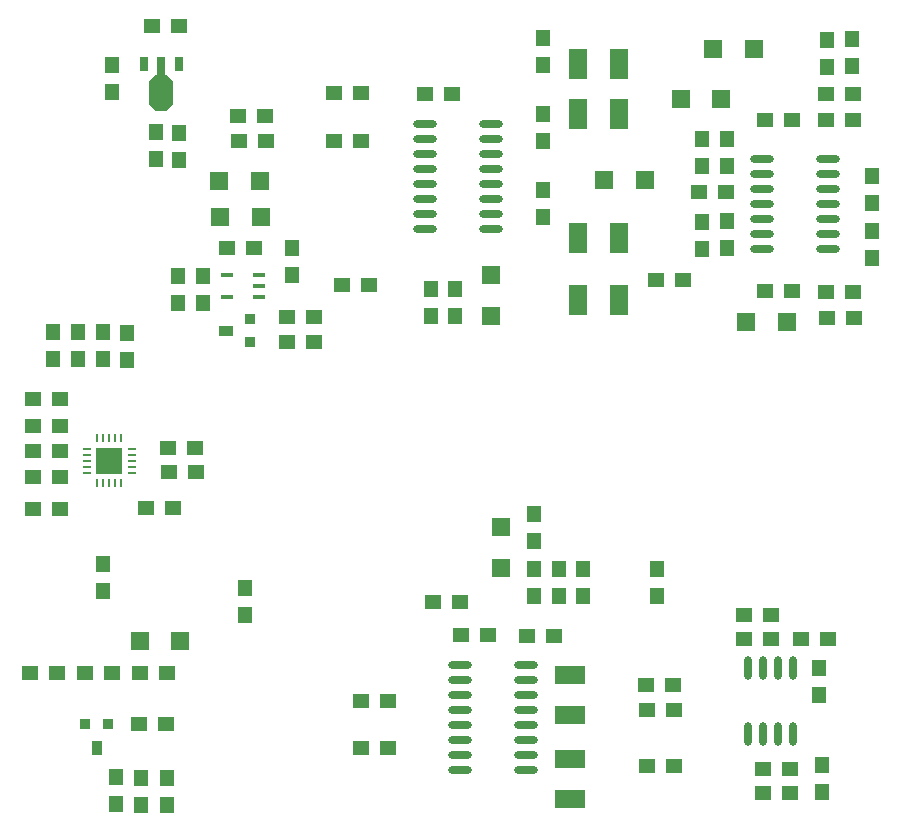
<source format=gbp>
G04*
G04 #@! TF.GenerationSoftware,Altium Limited,Altium Designer,20.1.8 (145)*
G04*
G04 Layer_Color=128*
%FSAX24Y24*%
%MOIN*%
G70*
G04*
G04 #@! TF.SameCoordinates,548E75E3-62BA-4D27-8EBC-4AC5D718A5B1*
G04*
G04*
G04 #@! TF.FilePolarity,Positive*
G04*
G01*
G75*
%ADD26R,0.0550X0.0450*%
%ADD27R,0.0413X0.0180*%
%ADD28R,0.0110X0.0272*%
%ADD29R,0.0272X0.0090*%
%ADD30R,0.0850X0.0850*%
%ADD31R,0.0600X0.1000*%
%ADD32R,0.1000X0.0600*%
%ADD33R,0.0450X0.0550*%
G04:AMPARAMS|DCode=34|XSize=78.7mil|YSize=118.1mil|CornerRadius=0mil|HoleSize=0mil|Usage=FLASHONLY|Rotation=180.000|XOffset=0mil|YOffset=0mil|HoleType=Round|Shape=Octagon|*
%AMOCTAGOND34*
4,1,8,0.0197,-0.0591,-0.0197,-0.0591,-0.0394,-0.0394,-0.0394,0.0394,-0.0197,0.0591,0.0197,0.0591,0.0394,0.0394,0.0394,-0.0394,0.0197,-0.0591,0.0*
%
%ADD34OCTAGOND34*%

%ADD35R,0.0315X0.0472*%
%ADD36R,0.0315X0.0630*%
%ADD37R,0.0360X0.0360*%
%ADD38R,0.0360X0.0500*%
%ADD39O,0.0240X0.0800*%
%ADD40R,0.0600X0.0600*%
%ADD41O,0.0800X0.0240*%
%ADD42R,0.0360X0.0360*%
%ADD43R,0.0500X0.0360*%
%ADD44R,0.0600X0.0600*%
D26*
X008299Y008891D02*
D03*
X009199Y008891D02*
D03*
X009620Y030460D02*
D03*
X008720Y030460D02*
D03*
X005655Y014369D02*
D03*
X004755Y014369D02*
D03*
X004750Y015440D02*
D03*
X005650Y015440D02*
D03*
X004740Y016280D02*
D03*
X005640Y016280D02*
D03*
X004741Y017132D02*
D03*
X005641Y017132D02*
D03*
X004750Y018030D02*
D03*
X005650Y018030D02*
D03*
X008520Y014380D02*
D03*
X009420Y014380D02*
D03*
X010170Y015580D02*
D03*
X009270Y015580D02*
D03*
X010160Y016380D02*
D03*
X009260Y016380D02*
D03*
X026107Y005801D02*
D03*
X025207Y005801D02*
D03*
X026090Y008482D02*
D03*
X025190Y008482D02*
D03*
X031259Y010018D02*
D03*
X030359Y010018D02*
D03*
X011204Y023072D02*
D03*
X012104Y023072D02*
D03*
X031177Y027326D02*
D03*
X032077Y027326D02*
D03*
X008291Y007192D02*
D03*
X009191Y007192D02*
D03*
X018972Y011253D02*
D03*
X018072Y011253D02*
D03*
X021199Y010137D02*
D03*
X022099Y010137D02*
D03*
X025199Y007648D02*
D03*
X026099Y007648D02*
D03*
X029972Y005708D02*
D03*
X029072Y005708D02*
D03*
X028459Y010817D02*
D03*
X029359Y010817D02*
D03*
X012520Y026630D02*
D03*
X011620Y026630D02*
D03*
X015043Y021841D02*
D03*
X015943Y021841D02*
D03*
X014790Y028219D02*
D03*
X015690Y028219D02*
D03*
X026426Y021996D02*
D03*
X025526Y021996D02*
D03*
X032103Y020730D02*
D03*
X031203Y020730D02*
D03*
X031194Y021607D02*
D03*
X032094Y021607D02*
D03*
X006480Y008890D02*
D03*
X007380Y008890D02*
D03*
X016590Y006390D02*
D03*
X015690Y006390D02*
D03*
X018999Y010148D02*
D03*
X019899Y010148D02*
D03*
X029972Y004912D02*
D03*
X029072Y004912D02*
D03*
X014109Y019942D02*
D03*
X013209Y019942D02*
D03*
X017826Y028186D02*
D03*
X018726Y028186D02*
D03*
X027859Y024915D02*
D03*
X026959Y024915D02*
D03*
X029146Y027328D02*
D03*
X030046Y027328D02*
D03*
X005535Y008890D02*
D03*
X004635Y008890D02*
D03*
X015690Y007953D02*
D03*
X016590Y007953D02*
D03*
X029361Y010018D02*
D03*
X028461Y010018D02*
D03*
X013209Y020750D02*
D03*
X014109Y020750D02*
D03*
X015690Y026645D02*
D03*
X014790Y026645D02*
D03*
X030037Y021634D02*
D03*
X029137Y021634D02*
D03*
X031186Y028186D02*
D03*
X032086Y028186D02*
D03*
X012493Y027472D02*
D03*
X011593Y027472D02*
D03*
D27*
X012267Y022173D02*
D03*
X011204D02*
D03*
Y021424D02*
D03*
X012267Y021798D02*
D03*
Y021424D02*
D03*
D28*
X006890Y016720D02*
D03*
X007090D02*
D03*
X007490D02*
D03*
X007690Y015220D02*
D03*
X007490D02*
D03*
X007290D02*
D03*
X007090D02*
D03*
X006890D02*
D03*
X007290Y016720D02*
D03*
X007690D02*
D03*
D29*
X008040Y016370D02*
D03*
Y016170D02*
D03*
Y015970D02*
D03*
Y015770D02*
D03*
Y015570D02*
D03*
X006540D02*
D03*
Y015770D02*
D03*
Y015970D02*
D03*
Y016170D02*
D03*
Y016370D02*
D03*
D30*
X007290Y015970D02*
D03*
D31*
X024272Y029181D02*
D03*
X022922D02*
D03*
X024272Y027532D02*
D03*
X022922D02*
D03*
X024268Y023383D02*
D03*
X022918D02*
D03*
Y021318D02*
D03*
X024268D02*
D03*
D32*
X022639Y006032D02*
D03*
Y004682D02*
D03*
Y008844D02*
D03*
Y007494D02*
D03*
D33*
X008856Y026018D02*
D03*
X008856Y026918D02*
D03*
X009620Y026910D02*
D03*
X009620Y026010D02*
D03*
X005410Y019350D02*
D03*
X005410Y020250D02*
D03*
X006250Y019350D02*
D03*
X006250Y020250D02*
D03*
X007080Y011640D02*
D03*
X007080Y012540D02*
D03*
X007082Y020259D02*
D03*
X007082Y019359D02*
D03*
X007890Y019340D02*
D03*
X007890Y020240D02*
D03*
X009570Y021241D02*
D03*
X009570Y022141D02*
D03*
X010416D02*
D03*
X010416Y021241D02*
D03*
X009210Y005400D02*
D03*
X009210Y004500D02*
D03*
X007503Y005427D02*
D03*
X007503Y004527D02*
D03*
X013372Y023072D02*
D03*
X013372Y022172D02*
D03*
X007380Y029170D02*
D03*
X007380Y028270D02*
D03*
X021752Y029175D02*
D03*
X021752Y030075D02*
D03*
X027061Y026705D02*
D03*
X027061Y025805D02*
D03*
X027876Y023068D02*
D03*
X027876Y023968D02*
D03*
X008330Y004510D02*
D03*
X008330Y005410D02*
D03*
X022288Y011468D02*
D03*
X022288Y012368D02*
D03*
X027062Y023942D02*
D03*
X027062Y023042D02*
D03*
X032710Y024560D02*
D03*
X032710Y025460D02*
D03*
X021442Y011468D02*
D03*
X021442Y012368D02*
D03*
X025530D02*
D03*
X025530Y011468D02*
D03*
X030932Y008159D02*
D03*
X030932Y009059D02*
D03*
X018006Y021692D02*
D03*
X018006Y020792D02*
D03*
X021754Y027532D02*
D03*
X021754Y026632D02*
D03*
X027895Y026705D02*
D03*
X027895Y025805D02*
D03*
X031209Y029107D02*
D03*
X031209Y030007D02*
D03*
X032700Y022720D02*
D03*
X032700Y023620D02*
D03*
X011820Y010820D02*
D03*
X011820Y011720D02*
D03*
X021442Y014205D02*
D03*
X021442Y013305D02*
D03*
X023092Y012375D02*
D03*
X023092Y011475D02*
D03*
X031049Y004914D02*
D03*
X031049Y005814D02*
D03*
X018812Y021685D02*
D03*
X018812Y020785D02*
D03*
X021750Y024985D02*
D03*
X021750Y024085D02*
D03*
X032058Y030021D02*
D03*
X032058Y029121D02*
D03*
D34*
X009020Y028220D02*
D03*
D35*
X009611Y029204D02*
D03*
X008429D02*
D03*
D36*
X009020Y029126D02*
D03*
D37*
X006490Y007210D02*
D03*
X007240D02*
D03*
D38*
X006870Y006410D02*
D03*
D39*
X030064Y006864D02*
D03*
X029564D02*
D03*
X029064D02*
D03*
X028564D02*
D03*
X029064Y009064D02*
D03*
X029564D02*
D03*
X030064Y009064D02*
D03*
X028564D02*
D03*
D40*
X025136Y025333D02*
D03*
X023786D02*
D03*
X009649Y009978D02*
D03*
X008299D02*
D03*
X029877Y020609D02*
D03*
X028527D02*
D03*
X010960Y025300D02*
D03*
X012310D02*
D03*
X028766Y029706D02*
D03*
X027416D02*
D03*
X010980Y024110D02*
D03*
X012330D02*
D03*
X027686Y028046D02*
D03*
X026336D02*
D03*
D41*
X031234Y025523D02*
D03*
Y026023D02*
D03*
X029034D02*
D03*
X031234Y025023D02*
D03*
Y024523D02*
D03*
Y024023D02*
D03*
X029034Y023023D02*
D03*
Y025023D02*
D03*
Y024523D02*
D03*
Y024023D02*
D03*
X031234Y023523D02*
D03*
X029034Y025523D02*
D03*
Y023523D02*
D03*
X031234Y023023D02*
D03*
X021190Y008650D02*
D03*
Y009150D02*
D03*
X018990D02*
D03*
X021190Y008150D02*
D03*
Y007650D02*
D03*
Y007150D02*
D03*
Y005650D02*
D03*
X018990D02*
D03*
Y006150D02*
D03*
Y008150D02*
D03*
Y007650D02*
D03*
Y007150D02*
D03*
X021190Y006650D02*
D03*
X018990Y008650D02*
D03*
Y006650D02*
D03*
X021190Y006150D02*
D03*
X020014Y026713D02*
D03*
Y027213D02*
D03*
X017814D02*
D03*
X020014Y026213D02*
D03*
Y025713D02*
D03*
Y025213D02*
D03*
Y023713D02*
D03*
X017814D02*
D03*
Y024213D02*
D03*
Y026213D02*
D03*
Y025713D02*
D03*
Y025213D02*
D03*
X020014Y024713D02*
D03*
X017814Y026713D02*
D03*
Y024713D02*
D03*
X020014Y024213D02*
D03*
D42*
X011981Y020692D02*
D03*
Y019942D02*
D03*
D43*
X011181Y020312D02*
D03*
D44*
X020350Y013750D02*
D03*
Y012400D02*
D03*
X020016Y020800D02*
D03*
Y022150D02*
D03*
M02*

</source>
